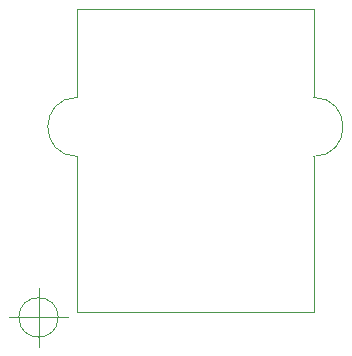
<source format=gbr>
G04 #@! TF.GenerationSoftware,KiCad,Pcbnew,5.1.9*
G04 #@! TF.CreationDate,2021-04-01T11:10:47+02:00*
G04 #@! TF.ProjectId,Y11025HL,59313130-3235-4484-9c2e-6b696361645f,rev?*
G04 #@! TF.SameCoordinates,Original*
G04 #@! TF.FileFunction,Profile,NP*
%FSLAX45Y45*%
G04 Gerber Fmt 4.5, Leading zero omitted, Abs format (unit mm)*
G04 Created by KiCad (PCBNEW 5.1.9) date 2021-04-01 11:10:47*
%MOMM*%
%LPD*%
G01*
G04 APERTURE LIST*
G04 #@! TA.AperFunction,Profile*
%ADD10C,0.100000*%
G04 #@! TD*
G04 APERTURE END LIST*
D10*
X9000000Y-11270000D02*
X11000000Y-11270000D01*
X9000000Y-9950000D02*
X9000000Y-11270000D01*
X9000000Y-9950000D02*
G75*
G02*
X9000000Y-9450000I0J250000D01*
G01*
X9000000Y-8700000D02*
X9000000Y-9450000D01*
X11000000Y-9950000D02*
X11000000Y-11270000D01*
X11000000Y-9450000D02*
G75*
G02*
X11000000Y-9950000I0J-250000D01*
G01*
X11000000Y-8700000D02*
X11000000Y-9450000D01*
X9000000Y-8700000D02*
X11000000Y-8700000D01*
X8838227Y-11313160D02*
G75*
G03*
X8838227Y-11313160I-166667J0D01*
G01*
X8421560Y-11313160D02*
X8921560Y-11313160D01*
X8671560Y-11063160D02*
X8671560Y-11563160D01*
M02*

</source>
